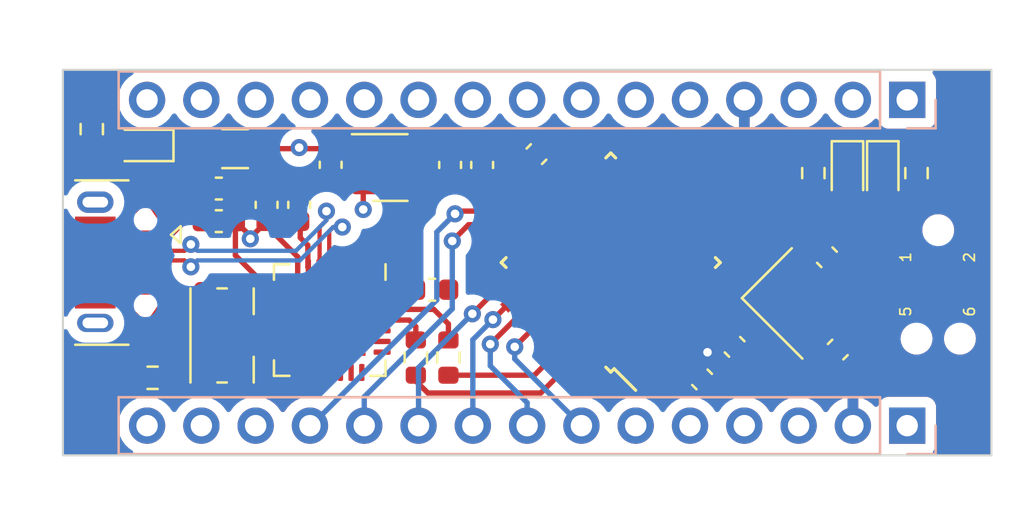
<source format=kicad_pcb>
(kicad_pcb (version 20221018) (generator pcbnew)
  (layers (0 "F.Cu" signal) (1 "In1.Cu" power) (2 "In2.Cu" power) (31 "B.Cu" signal) (34 "B.Paste" user) (35 "F.Paste" user) (36 "B.SilkS" user "B.Silkscreen") (37 "F.SilkS" user "F.Silkscreen") (38 "B.Mask" user) (39 "F.Mask" user) (44 "Edge.Cuts" user))
  (net 0 "")
  (net 1 "/AREF")
  (net 2 "GND")
  (net 3 "VBUS")
  (net 4 "+5V")
  (net 5 "/XTAL1")
  (net 6 "/XTAL2")
  (net 7 "/~{RESET}")
  (net 8 "/DTR")
  (net 9 "+3V3")
  (net 10 "Net-(#FLG0301-pwr)")
  (net 11 "/D_P")
  (net 12 "/D_N")
  (net 13 "Net-(D103-A)")
  (net 14 "/RX")
  (net 15 "/TX")
  (net 18 "/D12{slash}MISO")
  (net 19 "/D13{slash}SCK")
  (net 20 "/D11{slash}MOSI")
  (net 21 "/D2")
  (net 22 "/D3")
  (net 23 "/D4")
  (net 24 "/D5")
  (net 25 "/D6")
  (net 26 "/D7")
  (net 27 "/D8")
  (net 28 "/D9")
  (net 29 "/D10")
  (net 30 "/A7")
  (net 31 "/A6")
  (net 32 "/A5{slash}SCL")
  (net 33 "/A4{slash}~{SDA}")
  (net 34 "/A3")
  (net 35 "/A2")
  (net 36 "/A1")
  (net 37 "/A0")
  (net 38 "/RXD")
  (net 39 "/TXD")
  (net 60 "Net-(D102-A)")
  (net 61 "Net-(D101-A)")
  (footprint "Package_QFP:TQFP-32_7x7mm_P0.8mm" (layer "F.Cu") (at 94.026524 57.905487 135)
    (fp_text reference "U101" hide)
    (fp_text value "ATmega328P-AU")
    (fp_line (start -3.625 -3.625) (end -3.625 -3.4) (stroke (width 0.15)) (layer "F.SilkS"))
    (fp_line (start -3.625 -3.625) (end -3.3 -3.625) (stroke (width 0.15)) (layer "F.SilkS"))
    (fp_line (start -3.625 -3.4) (end -5.05 -3.4) (stroke (width 0.15)) (layer "F.SilkS"))
    (fp_line (start -3.625 3.625) (end -3.625 3.3) (stroke (width 0.15)) (layer "F.SilkS"))
    (fp_line (start -3.625 3.625) (end -3.3 3.625) (stroke (width 0.15)) (layer "F.SilkS"))
    (fp_line (start 3.625 -3.625) (end 3.3 -3.625) (stroke (width 0.15)) (layer "F.SilkS"))
    (fp_line (start 3.625 -3.625) (end 3.625 -3.3) (stroke (width 0.15)) (layer "F.SilkS"))
    (fp_line (start 3.625 3.625) (end 3.3 3.625) (stroke (width 0.15)) (layer "F.SilkS"))
    (fp_line (start 3.625 3.625) (end 3.625 3.3) (stroke (width 0.15)) (layer "F.SilkS"))
    (pad "1" smd rect (at -4.25 -2.8 135) (size 1.6 0.55) (layers "F.Cu" "F.Paste" "F.Mask") (net 22 "/D3"))
    (pad "2" smd rect (at -4.25 -2 135) (size 1.6 0.55) (layers "F.Cu" "F.Paste" "F.Mask") (net 23 "/D4"))
    (pad "3" smd rect (at -4.25 -1.2 135) (size 1.6 0.55) (layers "F.Cu" "F.Paste" "F.Mask") (net 2 "GND"))
    (pad "4" smd rect (at -4.25 -0.4 135) (size 1.6 0.55) (layers "F.Cu" "F.Paste" "F.Mask") (net 4 "+5V"))
    (pad "5" smd rect (at -4.25 0.4 135) (size 1.6 0.55) (layers "F.Cu" "F.Paste" "F.Mask") (net 2 "GND"))
    (pad "6" smd rect (at -4.25 1.2 135) (size 1.6 0.55) (layers "F.Cu" "F.Paste" "F.Mask") (net 4 "+5V"))
    (pad "7" smd rect (at -4.25 2 135) (size 1.6 0.55) (layers "F.Cu" "F.Paste" "F.Mask") (net 5 "/XTAL1"))
    (pad "8" smd rect (at -4.25 2.8 135) (size 1.6 0.55) (layers "F.Cu" "F.Paste" "F.Mask") (net 6 "/XTAL2"))
    (pad "9" smd rect (at -2.8 4.25 225) (size 1.6 0.55) (layers "F.Cu" "F.Paste" "F.Mask") (net 24 "/D5"))
    (pad "10" smd rect (at -2 4.25 225) (size 1.6 0.55) (layers "F.Cu" "F.Paste" "F.Mask") (net 25 "/D6"))
    (pad "11" smd rect (at -1.2 4.25 225) (size 1.6 0.55) (layers "F.Cu" "F.Paste" "F.Mask") (net 26 "/D7"))
    (pad "12" smd rect (at -0.4 4.25 225) (size 1.6 0.55) (layers "F.Cu" "F.Paste" "F.Mask") (net 27 "/D8"))
    (pad "13" smd rect (at 0.4 4.25 225) (size 1.6 0.55) (layers "F.Cu" "F.Paste" "F.Mask") (net 28 "/D9"))
    (pad "14" smd rect (at 1.2 4.25 225) (size 1.6 0.55) (layers "F.Cu" "F.Paste" "F.Mask") (net 29 "/D10"))
    (pad "15" smd rect (at 2 4.25 225) (size 1.6 0.55) (layers "F.Cu" "F.Paste" "F.Mask") (net 20 "/D11{slash}MOSI"))
    (pad "16" smd rect (at 2.8 4.25 225) (size 1.6 0.55) (layers "F.Cu" "F.Paste" "F.Mask") (net 18 "/D12{slash}MISO"))
    (pad "17" smd rect (at 4.25 2.8 135) (size 1.6 0.55) (layers "F.Cu" "F.Paste" "F.Mask") (net 19 "/D13{slash}SCK"))
    (pad "18" smd rect (at 4.25 2 135) (size 1.6 0.55) (layers "F.Cu" "F.Paste" "F.Mask") (net 4 "+5V"))
    (pad "19" smd rect (at 4.25 1.2 135) (size 1.6 0.55) (layers "F.Cu" "F.Paste" "F.Mask") (net 31 "/A6"))
    (pad "20" smd rect (at 4.25 0.4 135) (size 1.6 0.55) (layers "F.Cu" "F.Paste" "F.Mask") (net 1 "/AREF"))
    (pad "21" smd rect (at 4.25 -0.4 135) (size 1.6 0.55) (layers "F.Cu" "F.Paste" "F.Mask") (net 2 "GND"))
    (pad "22" smd rect (at 4.25 -1.2 135) (size 1.6 0.55) (layers "F.Cu" "F.Paste" "F.Mask") (net 30 "/A7"))
    (pad "23" smd rect (at 4.25 -2 135) (size 1.6 0.55) (layers "F.Cu" "F.Paste" "F.Mask") (net 37 "/A0"))
    (pad "24" smd rect (at 4.25 -2.8 135) (size 1.6 0.55) (layers "F.Cu" "F.Paste" "F.Mask") (net 36 "/A1"))
    (pad "25" smd rect (at 2.8 -4.25 225) (size 1.6 0.55) (layers "F.Cu" "F.Paste" "F.Mask") (net 35 "/A2"))
    (pad "26" smd rect (at 2 -4.25 225) (size 1.6 0.55) (layers "F.Cu" "F.Paste" "F.Mask") (net 34 "/A3"))
    (pad "27" smd rect (at 1.2 -4.25 225) (size 1.6 0.55) (layers "F.Cu" "F.Paste" "F.Mask") (net 33 "/A4{slash}~{SDA}"))
    (pad "28" smd rect (at 0.4 -4.25 225) (size 1.6 0.55) (layers "F.Cu" "F.Paste" "F.Mask") (net 32 "/A5{slash}SCL"))
    (pad "29" smd rect (at -0.4 -4.25 225) (size 1.6 0.55) (layers "F.Cu" "F.Paste" "F.Mask") (net 7 "/~{RESET}"))
    (pad "30" smd rect (at -1.2 -4.25 225) (size 1.6 0.55) (layers "F.Cu" "F.Paste" "F.Mask") (net 14 "/RX"))
    (pad "31" smd rect (at -2 -4.25 225) (size 1.6 0.55) (layers "F.Cu" "F.Paste" "F.Mask") (net 15 "/TX"))
    (pad "32" smd rect (at -2.8 -4.25 225) (size 1.6 0.55) (layers "F.Cu" "F.Paste" "F.Mask") (net 21 "/D2"))
  )
  (footprint "Capacitor_SMD:C_0603_1608Metric" (layer "F.Cu") (at 104.14 57.658 -45)
    (fp_text reference "C107" hide)
    (fp_text value "12pF")
    (fp_line (start -0.14058 -0.51) (end 0.14058 -0.51) (stroke (width 0.12)) (layer "F.SilkS"))
    (fp_line (start -0.14058 0.51) (end 0.14058 0.51) (stroke (width 0.12)) (layer "F.SilkS"))
    (pad "1" smd roundrect (at -0.775 0 315) (size 0.9 0.95) (layers "F.Cu" "F.Paste" "F.Mask") (net 6 "/XTAL2"))
    (pad "2" smd roundrect (at 0.775 0 315) (size 0.9 0.95) (layers "F.Cu" "F.Paste" "F.Mask") (net 2 "GND"))
  )
  (footprint "Capacitor_SMD:C_0603_1608Metric" (layer "F.Cu") (at 75.692 54.4446)
    (fp_text reference "C102" hide)
    (fp_text value "1uF")
    (fp_line (start -0.14058 -0.51) (end 0.14058 -0.51) (stroke (width 0.12)) (layer "F.SilkS"))
    (fp_line (start -0.14058 0.51) (end 0.14058 0.51) (stroke (width 0.12)) (layer "F.SilkS"))
    (pad "1" smd roundrect (at -0.775 0) (size 0.9 0.95) (layers "F.Cu" "F.Paste" "F.Mask") (net 3 "VBUS"))
    (pad "2" smd roundrect (at 0.775 0) (size 0.9 0.95) (layers "F.Cu" "F.Paste" "F.Mask") (net 2 "GND"))
  )
  (footprint "LED_SMD:LED_0603_1608Metric" (layer "F.Cu") (at 105.101107 53.714487 -90)
    (fp_text reference "D101" hide)
    (fp_text value "Green")
    (fp_line (start -1.485 -0.735) (end -1.485 0.735) (stroke (width 0.12)) (layer "F.SilkS"))
    (fp_line (start -1.485 0.735) (end 0.8 0.735) (stroke (width 0.12)) (layer "F.SilkS"))
    (fp_line (start 0.8 -0.735) (end -1.485 -0.735) (stroke (width 0.12)) (layer "F.SilkS"))
    (pad "1" smd roundrect (at -0.7875 0 270) (size 0.875 0.95) (layers "F.Cu" "F.Paste" "F.Mask") (net 14 "/RX"))
    (pad "2" smd roundrect (at 0.7875 0 270) (size 0.875 0.95) (layers "F.Cu" "F.Paste" "F.Mask") (net 61 "Net-(D101-A)"))
  )
  (footprint "Capacitor_SMD:C_0603_1608Metric" (layer "F.Cu") (at 88.011 53.34 -90)
    (fp_text reference "C101" hide)
    (fp_text value "100nF")
    (fp_line (start -0.14058 -0.51) (end 0.14058 -0.51) (stroke (width 0.12)) (layer "F.SilkS"))
    (fp_line (start -0.14058 0.51) (end 0.14058 0.51) (stroke (width 0.12)) (layer "F.SilkS"))
    (pad "1" smd roundrect (at -0.775 0 270) (size 0.9 0.95) (layers "F.Cu" "F.Paste" "F.Mask") (net 1 "/AREF"))
    (pad "2" smd roundrect (at 0.775 0 270) (size 0.9 0.95) (layers "F.Cu" "F.Paste" "F.Mask") (net 2 "GND"))
  )
  (footprint "Connector_USB:USB_Micro-B_XKB_U254-051T-4BH83-F1S" (layer "F.Cu") (at 70.303107 57.905487 -90)
    (fp_text reference "J101" hide)
    (fp_text value "USB_B_Micro")
    (fp_line (start -3.845 -1.16) (end -3.845 1.33) (stroke (width 0.12)) (layer "F.SilkS"))
    (fp_line (start -1.7 -3.6) (end -0.9 -3.6) (stroke (width 0.12)) (layer "F.SilkS"))
    (fp_line (start -1.3 -3.15) (end -1.7 -3.6) (stroke (width 0.12)) (layer "F.SilkS"))
    (fp_line (start -0.9 -3.6) (end -1.3 -3.15) (stroke (width 0.12)) (layer "F.SilkS"))
    (fp_line (start 3.845 -1.16) (end 3.845 1.33) (stroke (width 0.12)) (layer "F.SilkS"))
    (pad "" np_thru_hole circle (at -2 -1.96 270) (size 0.6 0.6) (drill 0.6) (layers "*.Cu" "*.Mask"))
    (pad "" np_thru_hole circle (at 2 -1.96 270) (size 0.6 0.6) (drill 0.6) (layers "*.Cu" "*.Mask"))
    (pad "1" smd rect (at -1.3 -2.285 270) (size 0.4 1.35) (layers "F.Cu" "F.Paste" "F.Mask") (net 3 "VBUS"))
    (pad "2" smd rect (at -0.65 -2.285 270) (size 0.4 1.35) (layers "F.Cu" "F.Paste" "F.Mask") (net 12 "/D_N"))
    (pad "3" smd rect (at 0 -2.285 270) (size 0.4 1.35) (layers "F.Cu" "F.Paste" "F.Mask") (net 11 "/D_P"))
    (pad "4" smd rect (at 0.65 -2.285 270) (size 0.4 1.35) (layers "F.Cu" "F.Paste" "F.Mask"))
    (pad "5" smd rect (at 1.3 -2.285 270) (size 0.4 1.35) (layers "F.Cu" "F.Paste" "F.Mask") (net 2 "GND"))
    (pad "6" smd custom (at -3.1 -2.16 270) (size 1 1.1) (layers "F.Cu" "F.Paste" "F.Mask") (options (clearance outline) (anchor rect)) (primitives (gr_poly (pts (xy 0.8 0.8) (xy -1.05 0.8) (xy -1.05 -0.8) (xy 1.05 -0.8) (xy 1.05 -0.35) (xy 0.55 0) (xy 0.55 0.4) (xy 0.8 0.65)) (width 0) (fill yes))))
    (pad "6" thru_hole oval (at -2.825 0.39 270) (size 1 1.7) (drill oval 0.5 1.2) (layers "*.Cu" "*.Mask"))
    (pad "6" smd rect (at -1.2 0.39 270) (size 1.9 1.9) (layers "F.Cu" "F.Paste" "F.Mask"))
    (pad "6" smd rect (at 1.2 0.39 270) (size 1.9 1.9) (layers "F.Cu" "F.Paste" "F.Mask"))
    (pad "6" thru_hole oval (at 2.825 0.39 270) (size 0.85 1.7) (drill oval 0.5 1.2) (layers "*.Cu" "*.Mask"))
    (pad "6" smd custom (at 3.1 -2.16 270) (size 1 1.1) (layers "F.Cu" "F.Paste" "F.Mask") (options (clearance outline) (anchor rect)) (primitives (gr_poly (pts (xy -0.8 0.8) (xy 1.05 0.8) (xy 1.05 -0.8) (xy -1.05 -0.8) (xy -1.05 -0.35) (xy -0.55 0) (xy -0.55 0.4) (xy -0.8 0.65)) (width 0) (fill yes))))
  )
  (footprint "Capacitor_SMD:C_0603_1608Metric" (layer "F.Cu") (at 99.822 61.849 -45)
    (fp_text reference "C103" hide)
    (fp_text value "100nF")
    (fp_line (start -0.14058 -0.51) (end 0.14058 -0.51) (stroke (width 0.12)) (layer "F.SilkS"))
    (fp_line (start -0.14058 0.51) (end 0.14058 0.51) (stroke (width 0.12)) (layer "F.SilkS"))
    (pad "1" smd roundrect (at -0.775 0 315) (size 0.9 0.95) (layers "F.Cu" "F.Paste" "F.Mask") (net 4 "+5V"))
    (pad "2" smd roundrect (at 0.775 0 315) (size 0.9 0.95) (layers "F.Cu" "F.Paste" "F.Mask") (net 2 "GND"))
  )
  (footprint "User_Footprint:SW_SPST_KMR221GLFS" (layer "F.Cu") (at 75.8444 61.3156 -90)
    (fp_text reference "SW101" hide)
    (fp_text value "SW_Push")
    (fp_line (start -2.2 -0.22) (end -2.2 0.22) (stroke (width 0.12)) (layer "F.SilkS"))
    (fp_line (start -2.2 1.48) (end 2.2 1.48) (stroke (width 0.12)) (layer "F.SilkS"))
    (fp_line (start -1 -1.48) (end -2.2 -1.48) (stroke (width 0.12)) (layer "F.SilkS"))
    (fp_line (start 2.2 -1.48) (end 1 -1.48) (stroke (width 0.12)) (layer "F.SilkS"))
    (fp_line (start 2.2 0.22) (end 2.2 -0.22) (stroke (width 0.12)) (layer "F.SilkS"))
    (pad "1" smd roundrect (at -2 -0.8 270) (size 1 1) (layers "F.Cu" "F.Paste" "F.Mask") (net 2 "GND"))
    (pad "1" smd roundrect (at 2 -0.8 270) (size 1 1) (layers "F.Cu" "F.Paste" "F.Mask") (net 2 "GND"))
    (pad "2" smd roundrect (at -2 0.8 270) (size 1 1) (layers "F.Cu" "F.Paste" "F.Mask") (net 7 "/~{RESET}"))
    (pad "2" smd roundrect (at 2 0.8 270) (size 1 1) (layers "F.Cu" "F.Paste" "F.Mask") (net 7 "/~{RESET}"))
    (pad "3" smd roundrect (at 0 -1.375 270) (size 1.7 0.55) (layers "F.Cu" "F.Paste" "F.Mask"))
  )
  (footprint "Capacitor_SMD:C_0603_1608Metric" (layer "F.Cu") (at 80.9244 53.333487 90)
    (fp_text reference "C201" hide)
    (fp_text value "22uF")
    (fp_line (start -0.14058 -0.51) (end 0.14058 -0.51) (stroke (width 0.12)) (layer "F.SilkS"))
    (fp_line (start -0.14058 0.51) (end 0.14058 0.51) (stroke (width 0.12)) (layer "F.SilkS"))
    (pad "1" smd roundrect (at -0.775 0 90) (size 0.9 0.95) (layers "F.Cu" "F.Paste" "F.Mask") (net 2 "GND"))
    (pad "2" smd roundrect (at 0.775 0 90) (size 0.9 0.95) (layers "F.Cu" "F.Paste" "F.Mask") (net 4 "+5V"))
  )
  (footprint "Package_DFN_QFN:QFN-28-1EP_5x5mm_P0.5mm_EP3.35x3.35mm" (layer "F.Cu") (at 80.881107 60.596487 -90)
    (fp_text reference "U301" hide)
    (fp_text value "CP2102-GMR")
    (fp_line (start -2.61 2.61) (end -2.61 1.885) (stroke (width 0.12)) (layer "F.SilkS"))
    (fp_line (start -1.885 -2.61) (end -2.61 -2.61) (stroke (width 0.12)) (layer "F.SilkS"))
    (fp_line (start -1.885 2.61) (end -2.61 2.61) (stroke (width 0.12)) (layer "F.SilkS"))
    (fp_line (start 1.885 -2.61) (end 2.61 -2.61) (stroke (width 0.12)) (layer "F.SilkS"))
    (fp_line (start 1.885 2.61) (end 2.61 2.61) (stroke (width 0.12)) (layer "F.SilkS"))
    (fp_line (start 2.61 -2.61) (end 2.61 -1.885) (stroke (width 0.12)) (layer "F.SilkS"))
    (fp_line (start 2.61 2.61) (end 2.61 1.885) (stroke (width 0.12)) (layer "F.SilkS"))
    (pad "1" smd roundrect (at -2.45 -1.5 270) (size 0.8 0.25) (layers "F.Cu" "F.Paste" "F.Mask"))
    (pad "2" smd roundrect (at -2.45 -1 270) (size 0.8 0.25) (layers "F.Cu" "F.Paste" "F.Mask"))
    (pad "3" smd roundrect (at -2.45 -0.5 270) (size 0.8 0.25) (layers "F.Cu" "F.Paste" "F.Mask") (net 2 "GND"))
    (pad "4" smd roundrect (at -2.45 0 270) (size 0.8 0.25) (layers "F.Cu" "F.Paste" "F.Mask") (net 11 "/D_P"))
    (pad "5" smd roundrect (at -2.45 0.5 270) (size 0.8 0.25) (layers "F.Cu" "F.Paste" "F.Mask") (net 12 "/D_N"))
    (pad "6" smd roundrect (at -2.45 1 270) (size 0.8 0.25) (layers "F.Cu" "F.Paste" "F.Mask") (net 10 "Net-(#FLG0301-pwr)"))
    (pad "7" smd roundrect (at -2.45 1.5 270) (size 0.8 0.25) (layers "F.Cu" "F.Paste" "F.Mask") (net 4 "+5V"))
    (pad "8" smd roundrect (at -1.5 2.45 270) (size 0.25 0.8) (layers "F.Cu" "F.Paste" "F.Mask") (net 4 "+5V"))
    (pad "9" smd roundrect (at -1 2.45 270) (size 0.25 0.8) (layers "F.Cu" "F.Paste" "F.Mask"))
    (pad "10" smd roundrect (at -0.5 2.45 270) (size 0.25 0.8) (layers "F.Cu" "F.Paste" "F.Mask"))
    (pad "11" smd roundrect (at 0 2.45 270) (size 0.25 0.8) (layers "F.Cu" "F.Paste" "F.Mask"))
    (pad "12" smd roundrect (at 0.5 2.45 270) (size 0.25 0.8) (layers "F.Cu" "F.Paste" "F.Mask"))
    (pad "13" smd roundrect (at 1 2.45 270) (size 0.25 0.8) (layers "F.Cu" "F.Paste" "F.Mask"))
    (pad "14" smd roundrect (at 1.5 2.45 270) (size 0.25 0.8) (layers "F.Cu" "F.Paste" "F.Mask"))
    (pad "15" smd roundrect (at 2.45 1.5 270) (size 0.8 0.25) (layers "F.Cu" "F.Paste" "F.Mask"))
    (pad "16" smd roundrect (at 2.45 1 270) (size 0.8 0.25) (layers "F.Cu" "F.Paste" "F.Mask"))
    (pad "17" smd roundrect (at 2.45 0.5 270) (size 0.8 0.25) (layers "F.Cu" "F.Paste" "F.Mask"))
    (pad "18" smd roundrect (at 2.45 0 270) (size 0.8 0.25) (layers "F.Cu" "F.Paste" "F.Mask"))
    (pad "19" smd roundrect (at 2.45 -0.5 270) (size 0.8 0.25) (layers "F.Cu" "F.Paste" "F.Mask"))
    (pad "20" smd roundrect (at 2.45 -1 270) (size 0.8 0.25) (layers "F.Cu" "F.Paste" "F.Mask"))
    (pad "21" smd roundrect (at 2.45 -1.5 270) (size 0.8 0.25) (layers "F.Cu" "F.Paste" "F.Mask"))
    (pad "22" smd roundrect (at 1.5 -2.45 270) (size 0.25 0.8) (layers "F.Cu" "F.Paste" "F.Mask"))
    (pad "23" smd roundrect (at 1 -2.45 270) (size 0.25 0.8) (layers "F.Cu" "F.Paste" "F.Mask"))
    (pad "24" smd roundrect (at 0.5 -2.45 270) (size 0.25 0.8) (layers "F.Cu" "F.Paste" "F.Mask"))
    (pad "25" smd roundrect (at 0 -2.45 270) (size 0.25 0.8) (layers "F.Cu" "F.Paste" "F.Mask") (net 39 "/TXD"))
    (pad "26" smd roundrect (at -0.5 -2.45 270) (size 0.25 0.8) (layers "F.Cu" "F.Paste" "F.Mask") (net 38 "/RXD"))
    (pad "27" smd roundrect (at -1 -2.45 270) (size 0.25 0.8) (layers "F.Cu" "F.Paste" "F.Mask"))
    (pad "28" smd roundrect (at -1.5 -2.45 270) (size 0.25 0.8) (layers "F.Cu" "F.Paste" "F.Mask") (net 8 "/DTR"))
    (pad "29" smd rect (at 0 0 270) (size 3.35 3.35) (layers "F.Cu" "F.Mask") (net 2 "GND"))
  )
  (footprint "Capacitor_SMD:C_0603_1608Metric" (layer "F.Cu") (at 79.4512 55.2066 90)
    (fp_text reference "C303" hide)
    (fp_text value "100nF")
    (fp_line (start -0.14058 -0.51) (end 0.14058 -0.51) (stroke (width 0.12)) (layer "F.SilkS"))
    (fp_line (start -0.14058 0.51) (end 0.14058 0.51) (stroke (width 0.12)) (layer "F.SilkS"))
    (pad "1" smd roundrect (at -0.775 0 90) (size 0.9 0.95) (layers "F.Cu" "F.Paste" "F.Mask") (net 10 "Net-(#FLG0301-pwr)"))
    (pad "2" smd roundrect (at 0.775 0 90) (size 0.9 0.95) (layers "F.Cu" "F.Paste" "F.Mask") (net 2 "GND"))
  )
  (footprint "Resistor_SMD:R_0603_1608Metric" (layer "F.Cu") (at 69.7484 51.6636 -90)
    (fp_text reference "R106" hide)
    (fp_text value "2K2")
    (fp_line (start -0.237258 -0.5225) (end 0.237258 -0.5225) (stroke (width 0.12)) (layer "F.SilkS"))
    (fp_line (start -0.237258 0.5225) (end 0.237258 0.5225) (stroke (width 0.12)) (layer "F.SilkS"))
    (pad "1" smd roundrect (at -0.825 0 270) (size 0.8 0.95) (layers "F.Cu" "F.Paste" "F.Mask") (net 4 "+5V"))
    (pad "2" smd roundrect (at 0.825 0 270) (size 0.8 0.95) (layers "F.Cu" "F.Paste" "F.Mask") (net 13 "Net-(D103-A)"))
  )
  (footprint "Crystal:Crystal_SMD_3225-4Pin_3.2x2.5mm" (layer "F.Cu") (at 102.743 59.817 -45)
    (fp_text reference "Y101" hide)
    (fp_text value "16MHz")
    (fp_line (start -2 -1.65) (end -2 1.65) (stroke (width 0.12)) (layer "F.SilkS"))
    (fp_line (start -2 1.65) (end 2 1.65) (stroke (width 0.12)) (layer "F.SilkS"))
    (pad "1" smd rect (at -1.1 0.85 315) (size 1.4 1.2) (layers "F.Cu" "F.Paste" "F.Mask") (net 2 "GND"))
    (pad "2" smd rect (at 1.1 0.85 315) (size 1.4 1.2) (layers "F.Cu" "F.Paste" "F.Mask") (net 5 "/XTAL1"))
    (pad "3" smd rect (at 1.1 -0.85 315) (size 1.4 1.2) (layers "F.Cu" "F.Paste" "F.Mask") (net 2 "GND"))
    (pad "4" smd rect (at -1.1 -0.85 315) (size 1.4 1.2) (layers "F.Cu" "F.Paste" "F.Mask") (net 6 "/XTAL2"))
  )
  (footprint "Resistor_SMD:R_0603_1608Metric" (layer "F.Cu") (at 103.505 53.721 -90)
    (fp_text reference "R104" hide)
    (fp_text value "2K2")
    (fp_line (start -0.237258 -0.5225) (end 0.237258 -0.5225) (stroke (width 0.12)) (layer "F.SilkS"))
    (fp_line (start -0.237258 0.5225) (end 0.237258 0.5225) (stroke (width 0.12)) (layer "F.SilkS"))
    (pad "1" smd roundrect (at -0.825 0 270) (size 0.8 0.95) (layers "F.Cu" "F.Paste" "F.Mask") (net 4 "+5V"))
    (pad "2" smd roundrect (at 0.825 0 270) (size 0.8 0.95) (layers "F.Cu" "F.Paste" "F.Mask") (net 61 "Net-(D101-A)"))
  )
  (footprint "Package_TO_SOT_SMD:SOT-23-5" (layer "F.Cu") (at 83.7184 53.460487)
    (fp_text reference "U201" hide)
    (fp_text value "XC6220B331MR-G")
    (fp_line (start 0 -1.56) (end -1.8 -1.56) (stroke (width 0.12)) (layer "F.SilkS"))
    (fp_line (start 0 -1.56) (end 0.8 -1.56) (stroke (width 0.12)) (layer "F.SilkS"))
    (fp_line (start 0 1.56) (end -0.8 1.56) (stroke (width 0.12)) (layer "F.SilkS"))
    (fp_line (start 0 1.56) (end 0.8 1.56) (stroke (width 0.12)) (layer "F.SilkS"))
    (pad "1" smd roundrect (at -1.1375 -0.95) (size 1.325 0.6) (layers "F.Cu" "F.Paste" "F.Mask") (net 4 "+5V"))
    (pad "2" smd roundrect (at -1.1375 0) (size 1.325 0.6) (layers "F.Cu" "F.Paste" "F.Mask") (net 2 "GND"))
    (pad "3" smd roundrect (at -1.1375 0.95) (size 1.325 0.6) (layers "F.Cu" "F.Paste" "F.Mask") (net 4 "+5V"))
    (pad "4" smd roundrect (at 1.1375 0.95) (size 1.325 0.6) (layers "F.Cu" "F.Paste" "F.Mask"))
    (pad "5" smd roundrect (at 1.1375 -0.95) (size 1.325 0.6) (layers "F.Cu" "F.Paste" "F.Mask") (net 9 "+3V3"))
  )
  (footprint "Capacitor_SMD:C_0603_1608Metric" (layer "F.Cu") (at 85.670107 59.175487)
    (fp_text reference "C108" hide)
    (fp_text value "100nF")
    (fp_line (start -0.14058 -0.51) (end 0.14058 -0.51) (stroke (width 0.12)) (layer "F.SilkS"))
    (fp_line (start -0.14058 0.51) (end 0.14058 0.51) (stroke (width 0.12)) (layer "F.SilkS"))
    (pad "1" smd roundrect (at -0.775 0) (size 0.9 0.95) (layers "F.Cu" "F.Paste" "F.Mask") (net 7 "/~{RESET}"))
    (pad "2" smd roundrect (at 0.775 0) (size 0.9 0.95) (layers "F.Cu" "F.Paste" "F.Mask") (net 8 "/DTR"))
  )
  (footprint "Capacitor_SMD:C_0603_1608Metric" (layer "F.Cu") (at 90.551 52.832 -135)
    (fp_text reference "C104" hide)
    (fp_text value "100nF")
    (fp_line (start -0.14058 -0.51) (end 0.14058 -0.51) (stroke (width 0.12)) (layer "F.SilkS"))
    (fp_line (start -0.14058 0.51) (end 0.14058 0.51) (stroke (width 0.12)) (layer "F.SilkS"))
    (pad "1" smd roundrect (at -0.775 0 225) (size 0.9 0.95) (layers "F.Cu" "F.Paste" "F.Mask") (net 4 "+5V"))
    (pad "2" smd roundrect (at 0.775 0 225) (size 0.9 0.95) (layers "F.Cu" "F.Paste" "F.Mask") (net 2 "GND"))
  )
  (footprint "Capacitor_SMD:C_0603_1608Metric" (layer "F.Cu") (at 75.692 55.9686 180)
    (fp_text reference "C302" hide)
    (fp_text value "100nF")
    (fp_line (start -0.14058 -0.51) (end 0.14058 -0.51) (stroke (width 0.12)) (layer "F.SilkS"))
    (fp_line (start -0.14058 0.51) (end 0.14058 0.51) (stroke (width 0.12)) (layer "F.SilkS"))
    (pad "1" smd roundrect (at -0.775 0 180) (size 0.9 0.95) (layers "F.Cu" "F.Paste" "F.Mask") (net 4 "+5V"))
    (pad "2" smd roundrect (at 0.775 0 180) (size 0.9 0.95) (layers "F.Cu" "F.Paste" "F.Mask") (net 2 "GND"))
  )
  (footprint "Capacitor_SMD:C_0603_1608Metric" (layer "F.Cu") (at 77.9272 55.2066 90)
    (fp_text reference "C301" hide)
    (fp_text value "1uF")
    (fp_line (start -0.14058 -0.51) (end 0.14058 -0.51) (stroke (width 0.12)) (layer "F.SilkS"))
    (fp_line (start -0.14058 0.51) (end 0.14058 0.51) (stroke (width 0.12)) (layer "F.SilkS"))
    (pad "1" smd roundrect (at -0.775 0 90) (size 0.9 0.95) (layers "F.Cu" "F.Paste" "F.Mask") (net 4 "+5V"))
    (pad "2" smd roundrect (at 0.775 0 90) (size 0.9 0.95) (layers "F.Cu" "F.Paste" "F.Mask") (net 2 "GND"))
  )
  (footprint "Resistor_SMD:R_0603_1608Metric" (layer "F.Cu") (at 86.432107 62.350487 90)
    (fp_text reference "R101" hide)
    (fp_text value "1K")
    (fp_line (start -0.237258 -0.5225) (end 0.237258 -0.5225) (stroke (width 0.12)) (layer "F.SilkS"))
    (fp_line (start -0.237258 0.5225) (end 0.237258 0.5225) (stroke (width 0.12)) (layer "F.SilkS"))
    (pad "1" smd roundrect (at -0.825 0 90) (size 0.8 0.95) (layers "F.Cu" "F.Paste" "F.Mask") (net 14 "/RX"))
    (pad "2" smd roundrect (at 0.825 0 90) (size 0.8 0.95) (layers "F.Cu" "F.Paste" "F.Mask") (net 38 "/RXD"))
  )
  (footprint "Resistor_SMD:R_0603_1608Metric" (layer "F.Cu") (at 84.908107 62.350487 90)
    (fp_text reference "R102" hide)
    (fp_text value "1K")
    (fp_line (start -0.237258 -0.5225) (end 0.237258 -0.5225) (stroke (width 0.12)) (layer "F.SilkS"))
    (fp_line (start -0.237258 0.5225) (end 0.237258 0.5225) (stroke (width 0.12)) (layer "F.SilkS"))
    (pad "1" smd roundrect (at -0.825 0 90) (size 0.8 0.95) (layers "F.Cu" "F.Paste" "F.Mask") (net 15 "/TX"))
    (pad "2" smd roundrect (at 0.825 0 90) (size 0.8 0.95) (layers "F.Cu" "F.Paste" "F.Mask") (net 39 "/TXD"))
  )
  (footprint "LED_SMD:LED_0603_1608Metric" (layer "F.Cu") (at 106.752107 53.714487 -90)
    (fp_text reference "D102" hide)
    (fp_text value "Blue")
    (fp_line (start -1.485 -0.735) (end -1.485 0.735) (stroke (width 0.12)) (layer "F.SilkS"))
    (fp_line (start -1.485 0.735) (end 0.8 0.735) (stroke (width 0.12)) (layer "F.SilkS"))
    (fp_line (start 0.8 -0.735) (end -1.485 -0.735) (stroke (width 0.12)) (layer "F.SilkS"))
    (pad "1" smd roundrect (at -0.7875 0 270) (size 0.875 0.95) (layers "F.Cu" "F.Paste" "F.Mask") (net 15 "/TX"))
    (pad "2" smd roundrect (at 0.7875 0 270) (size 0.875 0.95) (layers "F.Cu" "F.Paste" "F.Mask") (net 60 "Net-(D102-A)"))
  )
  (footprint "Tag_Connect:TC2030-IDC-NL" (layer "F.Cu") (at 109.347 58.928 -90)
    (fp_text reference "J102" hide)
    (fp_text value "Conn_02x03_Odd_Even")
    (fp_text user "6" (at 1.27 -1.4605 90) (layer "F.SilkS") (effects (font (size 0.5 0.5) (thickness 0.08))))
    (fp_text user "1" (at -1.27 1.524 90) (layer "F.SilkS") (effects (font (size 0.5 0.5) (thickness 0.08))))
    (fp_text user "2" (at -1.27 -1.4605 90) (layer "F.SilkS") (effects (font (size 0.5 0.5) (thickness 0.08))))
    (fp_text user "5" (at 1.27 1.524 90) (layer "F.SilkS") (effects (font (size 0.5 0.5) (thickness 0.08))))
    (pad "" np_thru_hole circle (at -2.54 0 270) (size 0.991 0.991) (drill 0.991) (layers "*.Cu" "*.Mask"))
    (pad "" np_thru_hole circle (at 2.54 -1.015 270) (size 0.991 0.991) (drill 0.991) (layers "*.Cu" "*.Mask"))
    (pad "" np_thru_hole circle (at 2.54 1.015 270) (size 0.991 0.991) (drill 0.991) (layers "*.Cu" "*.Mask"))
    (pad "1" smd circle (at -1.27 0.635 270) (size 0.787 0.787) (layers "F.Cu" "F.Mask") (net 18 "/D12{slash}MISO"))
    (pad "2" smd circle (at -1.27 -0.635 270) (size 0.787 0.787) (layers "F.Cu" "F.Mask") (net 3 "VBUS"))
    (pad "3" smd circle (at 0 0.635 270) (size 0.787 0.787) (layers "F.Cu" "F.Mask") (net 19 "/D13{slash}SCK"))
    (pad "4" smd circle (at 0 -0.635 270) (size 0.787 0.787) (layers "F.Cu" "F.Mask") (net 20 "/D11{slash}MOSI"))
    (pad "5" smd circle (at 1.27 0.635 270) (size 0.787 0.787) (layers "F.Cu" "F.Mask") (net 7 "/~{RESET}"))
    (pad "6" smd circle (at 1.27 -0.635 270) (size 0.787 0.787) (layers "F.Cu" "F.Mask") (net 2 "GND"))
  )
  (footprint "Fuse:Fuse_1206_3216Metric" (layer "F.Cu") (at 76.454 52.578)
    (fp_text reference "F101" hide)
    (fp_text value "Polyfuse_Small")
    (fp_line (start -0.602064 -0.91) (end 0.602064 -0.91) (stroke (width 0.12)) (layer "F.SilkS"))
    (fp_line (start -0.602064 0.91) (end 0.602064 0.91) (stroke (width 0.12)) (layer "F.SilkS"))
    (pad "1" smd roundrect (at -1.4 0) (size 1.25 1.75) (layers "F.Cu" "F.Paste" "F.Mask") (roundrect_rratio 0.2) (net 3 "VBUS"))
    (pad "2" smd roundrect (at 1.4 0) (size 1.25 1.75) (layers "F.Cu" "F.Paste" "F.Mask") (roundrect_rratio 0.2) (net 4 "+5V"))
  )
  (footprint "Capacitor_SMD:C_0603_1608Metric" (layer "F.Cu") (at 104.648 61.976 45)
    (fp_text reference "C105" hide)
    (fp_text value "12pF")
    (fp_line (start -0.14058 -0.51) (end 0.14058 -0.51) (stroke (width 0.12)) (layer "F.SilkS"))
    (fp_line (start -0.14058 0.51) (end 0.14058 0.51) (stroke (width 0.12)) (layer "F.SilkS"))
    (pad "1" smd roundrect (at -0.775 0 45) (size 0.9 0.95) (layers "F.Cu" "F.Paste" "F.Mask") (net 5 "/XTAL1"))
    (pad "2" smd roundrect (at 0.775 0 45) (size 0.9 0.95) (layers "F.Cu" "F.Paste" "F.Mask") (net 2 "GND"))
  )
  (footprint "Capacitor_SMD:C_0603_1608Metric" (layer "F.Cu") (at 86.5124 53.34 -90)
    (fp_text reference "C202" hide)
    (fp_text value "4.7uF")
    (fp_line (start -0.14058 -0.51) (end 0.14058 -0.51) (stroke (width 0.12)) (layer "F.SilkS"))
    (fp_line (start -0.14058 0.51) (end 0.14058 0.51) (stroke (width 0.12)) (layer "F.SilkS"))
    (pad "1" smd roundrect (at -0.775 0 270) (size 0.9 0.95) (layers "F.Cu" "F.Paste" "F.Mask") (net 9 "+3V3"))
    (pad "2" smd roundrect (at 0.775 0 270) (size 0.9 0.95) (layers "F.Cu" "F.Paste" "F.Mask") (net 2 "GND"))
  )
  (footprint "Resistor_SMD:R_0603_1608Metric" (layer "F.Cu") (at 108.331 53.721 -90)
    (fp_text reference "R105" hide)
    (fp_text value "2K2")
    (fp_line (start -0.237258 -0.5225) (end 0.237258 -0.5225) (stroke (width 0.12)) (layer "F.SilkS"))
    (fp_line (start -0.237258 0.5225) (end 0.237258 0.5225) (stroke (width 0.12)) (layer "F.SilkS"))
    (pad "1" smd roundrect (at -0.825 0 270) (size 0.8 0.95) (layers "F.Cu" "F.Paste" "F.Mask") (net 4 "+5V"))
    (pad "2" smd roundrect (at 0.825 0 270) (size 0.8 0.95) (layers "F.Cu" "F.Paste" "F.Mask") (net 60 "Net-(D102-A)"))
  )
  (footprint "Resistor_SMD:R_0603_1608Metric" (layer "F.Cu") (at 72.5932 63.2968)
    (fp_text reference "R103" hide)
    (fp_text value "10K")
    (fp_line (start -0.237258 -0.5225) (end 0.237258 -0.5225) (stroke (width 0.12)) (layer "F.SilkS"))
    (fp_line (start -0.237258 0.5225) (end 0.237258 0.5225) (stroke (width 0.12)) (layer "F.SilkS"))
    (pad "1" smd roundrect (at -0.825 0) (size 0.8 0.95) (layers "F.Cu" "F.Paste" "F.Mask") (net 4 "+5V"))
    (pad "2" smd roundrect (at 0.825 0) (size 0.8 0.95) (layers "F.Cu" "F.Paste" "F.Mask") (net 7 "/~{RESET}"))
  )
  (footprint "Capacitor_SMD:C_0603_1608Metric" (layer "F.Cu") (at 98.298 63.373 -45)
    (fp_text reference "C106" hide)
    (fp_text value "100nF")
    (fp_line (start -0.14058 -0.51) (end 0.14058 -0.51) (stroke (width 0.12)) (layer "F.SilkS"))
    (fp_line (start -0.14058 0.51) (end 0.14058 0.51) (stroke (width 0.12)) (layer "F.SilkS"))
    (pad "1" smd roundrect (at -0.775 0 315) (size 0.9 0.95) (layers "F.Cu" "F.Paste" "F.Mask") (net 4 "+5V"))
    (pad "2" smd roundrect (at 0.775 0 315) (size 0.9 0.95) (layers "F.Cu" "F.Paste" "F.Mask") (net 2 "GND"))
  )
  (footprint "LED_SMD:LED_0603_1608Metric" (layer "F.Cu") (at 72.0852 52.4256 180)
    (fp_text reference "D103" hide)
    (fp_text value "Red")
    (fp_line (start -1.485 -0.735) (end -1.485 0.735) (stroke (width 0.12)) (layer "F.SilkS"))
    (fp_line (start -1.485 0.735) (end 0.8 0.735) (stroke (width 0.12)) (layer "F.SilkS"))
    (fp_line (start 0.8 -0.735) (end -1.485 -0.735) (stroke (width 0.12)) (layer "F.SilkS"))
    (pad "1" smd roundrect (at -0.7875 0 180) (size 0.875 0.95) (layers "F.Cu" "F.Paste" "F.Mask") (net 2 "GND"))
    (pad "2" smd roundrect (at 0.7875 0 180) (size 0.875 0.95) (layers "F.Cu" "F.Paste" "F.Mask") (net 13 "Net-(D103-A)"))
  )
  (footprint "Connector_PinHeader_2.54mm:PinHeader_1x15_P2.54mm_Vertical" (layer "B.Cu") (at 107.895107 50.295487 90)
    (fp_text reference "J103" hide)
    (fp_text value "Conn_01x13")
    (fp_line (start -1.33 -36.89) (end 1.33 -36.89) (stroke (width 0.12)) (layer "B.SilkS"))
    (fp_line (start -1.33 -1.27) (end -1.33 -36.89) (stroke (width 0.12)) (layer "B.SilkS"))
    (fp_line (start -1.33 -1.27) (end 1.33 -1.27) (stroke (width 0.12)) (layer "B.SilkS"))
    (fp_line (start -1.33 0) (end -1.33 1.33) (stroke (width 0.12)) (layer "B.SilkS"))
    (fp_line (start -1.33 1.33) (end 0 1.33) (stroke (width 0.12)) (layer "B.SilkS"))
    (fp_line (start 1.33 -1.27) (end 1.33 -36.89) (stroke (width 0.12)) (layer "B.SilkS"))
    (pad "1" thru_hole rect (at 0 0 90) (size 1.7 1.7) (drill 1) (layers "*.Cu" "*.Mask") (net 15 "/TX"))
    (pad "2" thru_hole oval (at 0 -2.54 90) (size 1.7 1.7) (drill 1) (layers "*.Cu" "*.Mask") (net 14 "/RX"))
    (pad "3" thru_hole oval (at 0 -5.08 90) (size 1.7 1.7) (drill 1) (layers "*.Cu" "*.Mask") (net 7 "/~{RESET}"))
    (pad "4" thru_hole oval (at 0 -7.62 90) (size 1.7 1.7) (drill 1) (layers "*.Cu" "*.Mask") (net 2 "GND"))
    (pad "5" thru_hole oval (at 0 -10.16 90) (size 1.7 1.7) (drill 1) (layers "*.Cu" "*.Mask") (net 21 "/D2"))
    (pad "6" thru_hole oval (at 0 -12.7 90) (size 1.7 1.7) (drill 1) (layers "*.Cu" "*.Mask") (net 22 "/D3"))
    (pad "7" thru_hole oval (at 0 -15.24 90) (size 1.7 1.7) (drill 1) (layers "*.Cu" "*.Mask") (net 23 "/D4"))
    (pad "8" thru_hole oval (at 0 -17.78 90) (size 1.7 1.7) (drill 1) (layers "*.Cu" "*.Mask") (net 24 "/D5"))
    (pad "9" thru_hole oval (at 0 -20.32 90) (size 1.7 1.7) (drill 1) (layers "*.Cu" "*.Mask") (net 25 "/D6"))
    (pad "10" thru_hole oval (at 0 -22.86 90) (size 1.7 1.7) (drill 1) (layers "*.Cu" "*.Mask") (net 26 "/D7"))
    (pad "11" thru_hole oval (at 0 -25.4 90) (size 1.7 1.7) (drill 1) (layers "*.Cu" "*.Mask") (net 27 "/D8"))
    (pad "12" thru_hole oval (at 0 -27.94 90) (size 1.7 1.7) (drill 1) (layers "*.Cu" "*.Mask") (net 28 "/D9"))
    (pad "13" thru_hole oval (at 0 -30.48 90) (size 1.7 1.7) (drill 1) (layers "*.Cu" "*.Mask") (net 29 "/D10"))
    (pad "14" thru_hole oval (at 0 -33.02 90) (size 1.7 1.7) (drill 1) (layers "*.Cu" "*.Mask") (net 20 "/D11{slash}MOSI"))
    (pad "15" thru_hole oval (at 0 -35.56 90) (size 1.7 1.7) (drill 1) (layers "*.Cu" "*.Mask") (net 18 "/D12{slash}MISO"))
  )
  (footprint "Connector_PinHeader_2.54mm:PinHeader_1x15_P2.54mm_Vertical" (layer "B.Cu") (at 107.895107 65.535487 90)
    (fp_text reference "J104" hide)
    (fp_text value "Conn_01x13")
    (fp_line (start -1.33 -36.89) (end 1.33 -36.89) (stroke (width 0.12)) (layer "B.SilkS"))
    (fp_line (start -1.33 -1.27) (end -1.33 -36.89) (stroke (width 0.12)) (layer "B.SilkS"))
    (fp_line (start -1.33 -1.27) (end 1.33 -1.27) (stroke (width 0.12)) (layer "B.SilkS"))
    (fp_line (start -1.33 0) (end -1.33 1.33) (stroke (width 0.12)) (layer "B.SilkS"))
    (fp_line (start -1.33 1.33) (end 0 1.33) (stroke (width 0.12)) (layer "B.SilkS"))
    (fp_line (start 1.33 -1.27) (end 1.33 -36.89) (stroke (width 0.12)) (layer "B.SilkS"))
    (pad "1" thru_hole rect (at 0 0 90) (size 1.7 1.7) (drill 1) (layers "*.Cu" "*.Mask") (net 3 "VBUS"))
    (pad "2" thru_hole oval (at 0 -2.54 90) (size 1.7 1.7) (drill 1) (layers "*.Cu" "*.Mask") (net 2 "GND"))
    (pad "3" thru_hole oval (at 0 -5.08 90) (size 1.7 1.7) (drill 1) (layers "*.Cu" "*.Mask") (net 7 "/~{RESET}"))
    (pad "4" thru_hole oval (at 0 -7.62 90) (size 1.7 1.7) (drill 1) (layers "*.Cu" "*.Mask") (net 4 "+5V"))
    (pad "5" thru_hole oval (at 0 -10.16 90) (size 1.7 1.7) (drill 1) (layers "*.Cu" "*.Mask") (net 30 "/A7"))
    (pad "6" thru_hole oval (at 0 -12.7 90) (size 1.7 1.7) (drill 1) (layers "*.Cu" "*.Mask") (net 31 "/A6"))
    (pad "7" thru_hole oval (at 0 -15.24 90) (size 1.7 1.7) (drill 1) (layers "*.Cu" "*.Mask") (net 32 "/A5{slash}SCL"))
    (pad "8" thru_hole oval (at 0 -17.78 90) (size 1.7 1.7) (drill 1) (layers "*.Cu" "*.Mask") (net 33 "/A4{slash}~{SDA}"))
    (pad "9" thru_hole oval (at 0 -20.32 90) (size 1.7 1.7) (drill 1) (layers "*.Cu" "*.Mask") (net 34 "/A3"))
    (pad "10" thru_hole oval (at 0 -22.86 90) (size 1.7 1.7) (drill 1) (layers "*.Cu" "*.Mask") (net 35 "/A2"))
    (pad "11" thru_hole oval (at 0 -25.4 90) (size 1.7 1.7) (drill 1) (layers "*.Cu" "*.Mask") (net 36 "/A1"))
    (pad "12" thru_hole oval (at 0 -27.94 90) (size 1.7 1.7) (drill 1) (layers "*.Cu" "*.Mask") (net 37 "/A0"))
    (pad "13" thru_hole oval (at 0 -30.48 90) (size 1.7 1.7) (drill 1) (layers "*.Cu" "*.Mask") (net 1 "/AREF"))
    (pad "14" thru_hole oval (at 0 -33.02 90) (size 1.7 1.7) (drill 1) (layers "*.Cu" "*.Mask") (net 9 "+3V3"))
    (pad "15" thru_hole oval (at 0 -35.56 90) (size 1.7 1.7) (drill 1) (layers "*.Cu" "*.Mask") (net 19 "/D13{slash}SCK"))
  )
  (gr_rect (start 111.832107 48.888487) (end 68.398107 66.922487) (stroke (width 0.1)) (fill none) (layer "Edge.Cuts"))
  (segment (start 74.142 55.2196) (end 74.917 54.4446) (width 0.25) (layer "F.Cu") (net 3))
  (segment (start 74.917 54.4446) (end 74.917 52.715) (width 0.25) (layer "F.Cu") (net 3))
  (segment (start 74.917 52.715) (end 75.054 52.578) (width 0.25) (layer "F.Cu") (net 3))
  (segment (start 72.588107 56.605487) (end 73.467313 56.605487) (width 0.25) (layer "F.Cu") (net 3))
  (segment (start 74.142 55.9308) (end 74.142 55.2196) (width 0.25) (layer "F.Cu") (net 3))
  (segment (start 73.467313 56.605487) (end 74.142 55.9308) (width 0.25) (layer "F.Cu") (net 3))
  (segment (start 77.1652 56.7436) (end 77.9272 55.9816) (width 0.25) (layer "F.Cu") (net 4))
  (segment (start 76.467 57.5694) (end 77.994087 59.096487) (width 0.25) (layer "F.Cu") (net 4))
  (segment (start 77.994087 59.096487) (end 78.431107 59.096487) (width 0.25) (layer "F.Cu") (net 4))
  (segment (start 99.119085 61.300992) (end 97.880256 60.062163) (width 0.25) (layer "F.Cu") (net 4))
  (segment (start 79.4512 52.5272) (end 79.502 52.578) (width 0.25) (layer "F.Cu") (net 4))
  (segment (start 82.5329 52.558487) (end 82.5809 52.510487) (width 0.25) (layer "F.Cu") (net 4))
  (segment (start 80.904887 52.578) (end 80.9244 52.558487) (width 0.25) (layer "F.Cu") (net 4))
  (segment (start 97.749992 62.824992) (end 97.749992 62.194641) (width 0.25) (layer "F.Cu") (net 4))
  (segment (start 99.273992 61.300992) (end 99.119085 61.300992) (width 0.25) (layer "F.Cu") (net 4))
  (segment (start 98.552 62.022984) (end 99.273992 61.300992) (width 0.25) (layer "F.Cu") (net 4))
  (segment (start 77.9272 56.1848) (end 79.381107 57.638707) (width 0.25) (layer "F.Cu") (net 4))
  (segment (start 82.4484 55.4228) (end 82.4484 54.542987) (width 0.25) (layer "F.Cu") (net 4))
  (segment (start 82.4484 54.542987) (end 82.5809 54.410487) (width 0.25) (layer "F.Cu") (net 4))
  (segment (start 97.749992 62.194641) (end 96.748885 61.193534) (width 0.25) (layer "F.Cu") (net 4))
  (segment (start 77.9142 55.9686) (end 77.9272 55.9816) (width 0.25) (layer "F.Cu") (net 4))
  (segment (start 76.467 55.9686) (end 76.467 57.5694) (width 0.25) (layer "F.Cu") (net 4))
  (segment (start 77.1652 56.6668) (end 76.467 55.9686) (width 0.25) (layer "F.Cu") (net 4))
  (segment (start 79.4004 52.578) (end 79.4512 52.5272) (width 0.25) (layer "F.Cu") (net 4))
  (segment (start 77.1652 56.7944) (end 77.1652 56.7436) (width 0.25) (layer "F.Cu") (net 4))
  (segment (start 98.471984 62.103) (end 97.749992 62.824992) (width 0.25) (layer "F.Cu") (net 4))
  (segment (start 98.552 62.103) (end 98.471984 62.103) (width 0.25) (layer "F.Cu") (net 4))
  (segment (start 79.502 52.578) (end 80.904887 52.578) (width 0.25) (layer "F.Cu") (net 4))
  (segment (start 91.099008 52.283992) (end 91.233456 52.283992) (width 0.25) (layer "F.Cu") (net 4))
  (segment (start 91.233456 52.283992) (end 92.435534 53.48607) (width 0.25) (layer "F.Cu") (net 4))
  (segment (start 79.381107 57.638707) (end 79.381107 58.146487) (width 0.25) (layer "F.Cu") (net 4))
  (segment (start 77.854 52.578) (end 79.4004 52.578) (width 0.25) (layer "F.Cu") (net 4))
  (segment (start 77.1652 56.7944) (end 77.1652 56.6668) (width 0.25) (layer "F.Cu") (net 4))
  (segment (start 77.9272 55.9816) (end 77.9272 56.1848) (width 0.25) (layer "F.Cu") (net 4))
  (segment (start 98.552 62.103) (end 98.552 62.022984) (width 0.25) (layer "F.Cu") (net 4))
  (segment (start 80.9244 52.558487) (end 82.5329 52.558487) (width 0.25) (layer "F.Cu") (net 4))
  (via (at 79.4512 52.5272) (size 0.8) (drill 0.4) (layers "F.Cu" "B.Cu") (net 4))
  (via (at 98.552 62.103) (size 0.8) (drill 0.4) (layers "F.Cu" "B.Cu") (net 4))
  (via (at 82.4484 55.4228) (size 0.8) (drill 0.4) (layers "F.Cu" "B.Cu") (net 4))
  (via (at 77.1652 56.7944) (size 0.8) (drill 0.4) (layers "F.Cu" "B.Cu") (net 4))
  (segment (start 82.3468 55.4228) (end 82.4484 55.4228) (width 0.25) (layer "B.Cu") (net 4))
  (segment (start 99.949 60.198) (end 99.147464 60.198) (width 0.25) (layer "F.Cu") (net 5))
  (segment (start 101.473 61.722) (end 99.949 60.198) (width 0.25) (layer "F.Cu") (net 5))
  (segment (start 99.147464 60.198) (end 98.445941 59.496477) (width 0.25) (layer "F.Cu") (net 5))
  (segment (start 98.485477 59.496477) (end 98.445941 59.496477) (width 0.25) (layer "F.Cu") (net 5))
  (segment (start 104.099992 62.376073) (end 102.919777 61.195858) (width 0.25) (layer "F.Cu") (net 5))
  (segment (start 102.393635 61.722) (end 101.473 61.722) (width 0.25) (layer "F.Cu") (net 5))
  (segment (start 102.919777 61.195858) (end 102.393635 61.722) (width 0.25) (layer "F.Cu") (net 5))
  (segment (start 102.566223 58.135761) (end 103.591992 57.109992) (width 0.25) (layer "F.Cu") (net 6))
  (segment (start 99.999252 57.943167) (end 99.011627 58.930792) (width 0.25) (layer "F.Cu") (net 6))
  (segment (start 102.071248 57.943167) (end 99.999252 57.943167) (width 0.25) (layer "F.Cu") (net 6))
  (segment (start 102.566223 58.438142) (end 102.071248 57.943167) (width 0.25) (layer "F.Cu") (net 6))
  (segment (start 86.2104 52.510487) (end 86.5124 52.812487) (width 0.25) (layer "F.Cu") (net 9))
  (segment (start 84.8559 52.510487) (end 86.2104 52.510487) (width 0.25) (layer "F.Cu") (net 9))
  (segment (start 79.502 56.7436) (end 79.8576 57.0992) (width 0.25) (layer "F.Cu") (net 10))
  (segment (start 79.502 56.0324) (end 79.502 56.7436) (width 0.25) (layer "F.Cu") (net 10))
  (segment (start 79.8576 58.12298) (end 79.881107 58.146487) (width 0.25) (layer "F.Cu") (net 10))
  (segment (start 79.8576 57.0992) (end 79.8576 58.12298) (width 0.25) (layer "F.Cu") (net 10))
  (segment (start 81.045074 56.244719) (end 80.856108 56.433685) (width 0.2) (layer "F.Cu") (net 11))
  (segment (start 80.856108 58.121488) (end 80.881107 58.146487) (width 0.2) (layer "F.Cu") (net 11))
  (segment (start 74.083114 57.805488) (end 74.383113 58.105487) (width 0.2) (layer "F.Cu") (net 11))
  (segment (start 81.469339 56.244719) (end 81.045074 56.244719) (width 0.2) (layer "F.Cu") (net 11))
  (segment (start 72.588107 57.905487) (end 72.688106 57.805488) (width 0.2) (layer "F.Cu") (net 11))
  (segment (start 80.856108 56.433685) (end 80.856108 58.121488) (width 0.2) (layer "F.Cu") (net 11))
  (segment (start 72.688106 57.805488) (end 74.083114 57.805488) (width 0.2) (layer "F.Cu") (net 11))
  (via (at 81.469339 56.244719) (size 0.8) (drill 0.4) (layers "F.Cu" "B.Cu") (net 11))
  (via (at 74.383113 58.105487) (size 0.8) (drill 0.4) (layers "F.Cu" "B.Cu") (net 11))
  (segment (start 79.484305 57.805488) (end 81.045074 56.244719) (width 0.2) (layer "B.Cu") (net 11))
  (segment (start 81.045074 56.244719) (end 81.469339 56.244719) (width 0.2) (layer "B.Cu") (net 11))
  (segment (start 74.683112 57.805488) (end 79.484305 57.805488) (width 0.2) (layer "B.Cu") (net 11))
  (segment (start 74.383113 58.105487) (end 74.683112 57.805488) (width 0.2) (layer "B.Cu") (net 11))
  (segment (start 72.688106 57.355486) (end 74.083114 57.355486) (width 0.2) (layer "F.Cu") (net 12))
  (segment (start 80.726875 55.92652) (end 80.406106 56.247289) (width 0.2) (layer "F.Cu") (net 12))
  (segment (start 72.588107 57.255487) (end 72.688106 57.355486) (width 0.2) (layer "F.Cu") (net 12))
  (segment (start 74.083114 57.355486) (end 74.383113 57.055487) (width 0.2) (layer "F.Cu") (net 12))
  (segment (start 80.406106 56.247289) (end 80.406106 58.121488) (width 0.2) (layer "F.Cu") (net 12))
  (segment (start 80.406106 58.121488) (end 80.381107 58.146487) (width 0.2) (layer "F.Cu") (net 12))
  (segment (start 80.726875 55.502255) (end 80.726875 55.92652) (width 0.2) (layer "F.Cu") (net 12))
  (via (at 80.726875 55.502255) (size 0.8) (drill 0.4) (layers "F.Cu" "B.Cu") (net 12))
  (via (at 74.383113 57.055487) (size 0.8) (drill 0.4) (layers "F.Cu" "B.Cu") (net 12))
  (segment (start 74.383113 57.055487) (end 74.683112 57.355486) (width 0.2) (layer "B.Cu") (net 12))
  (segment (start 80.726875 55.92652) (end 80.726875 55.502255) (width 0.2) (layer "B.Cu") (net 12))
  (segment (start 79.297909 57.355486) (end 80.726875 55.92652) (width 0.2) (layer "B.Cu") (net 12))
  (segment (start 74.683112 57.355486) (end 79.297909 57.355486) (width 0.2) (layer "B.Cu") (net 12))
  (segment (start 90.45358 63.175487) (end 91.869848 61.759219) (width 0.25) (layer "F.Cu") (net 14))
  (segment (start 86.432107 63.175487) (end 90.45358 63.175487) (width 0.25) (layer "F.Cu") (net 14))
  (segment (start 84.908107 63.445107) (end 85.471 64.008) (width 0.25) (layer "F.Cu") (net 15))
  (segment (start 85.471 64.008) (end 90.752438 64.008) (width 0.25) (layer "F.Cu") (net 15))
  (segment (start 84.908107 63.175487) (end 84.908107 63.445107) (width 0.25) (layer "F.Cu") (net 15))
  (segment (start 90.752438 64.008) (end 92.435534 62.324904) (width 0.25) (layer "F.Cu") (net 15))
  (segment (start 90.738477 60.627848) (end 90.738477 60.645523) (width 0.25) (layer "F.Cu") (net 32))
  (segment (start 90.738477 60.645523) (end 89.535 61.849) (width 0.25) (layer "F.Cu") (net 32))
  (via (at 89.535 61.849) (size 0.8) (drill 0.4) (layers "F.Cu" "B.Cu") (net 32))
  (segment (start 89.535 62.41538) (end 92.655107 65.535487) (width 0.25) (layer "B.Cu") (net 32))
  (segment (start 89.535 61.849) (end 89.535 62.41538) (width 0.25) (layer "B.Cu") (net 32))
  (segment (start 90.172792 60.062163) (end 90.051837 60.062163) (width 0.25) (layer "F.Cu") (net 33))
  (segment (start 90.051837 60.062163) (end 88.392 61.722) (width 0.25) (layer "F.Cu") (net 33))
  (via (at 88.392 61.722) (size 0.8) (drill 0.4) (layers "F.Cu" "B.Cu") (net 33))
  (segment (start 88.392 62.738) (end 90.115107 64.461107) (width 0.25) (layer "B.Cu") (net 33))
  (segment (start 88.392 61.722) (end 88.392 62.738) (width 0.25) (layer "B.Cu") (net 33))
  (segment (start 90.115107 64.461107) (end 90.115107 65.535487) (width 0.25) (layer "B.Cu") (net 33))
  (segment (start 89.607107 59.496477) (end 89.592925 59.496477) (width 0.25) (layer "F.Cu") (net 34))
  (segment (start 89.592925 59.496477) (end 88.514701 60.574701) (width 0.25) (layer "F.Cu") (net 34))
  (via (at 88.514701 60.574701) (size 0.8) (drill 0.4) (layers "F.Cu" "B.Cu") (net 34))
  (segment (start 88.514701 60.574701) (end 87.575107 61.514295) (width 0.25) (layer "B.Cu") (net 34))
  (segment (start 87.575107 61.514295) (end 87.575107 65.535487) (width 0.25) (layer "B.Cu") (net 34))
  (segment (start 89.041421 58.930792) (end 88.925192 58.930792) (width 0.25) (layer "F.Cu") (net 35))
  (segment (start 88.925192 58.930792) (end 87.552779 60.303205) (width 0.25) (layer "F.Cu") (net 35))
  (via (at 87.552779 60.303205) (size 0.8) (drill 0.4) (layers "F.Cu" "B.Cu") (net 35))
  (segment (start 85.035107 62.820877) (end 85.035107 65.535487) (width 0.25) (layer "B.Cu") (net 35))
  (segment (start 87.552779 60.303205) (end 85.035107 62.820877) (width 0.25) (layer "B.Cu") (net 35))
  (segment (start 87.376 56.134) (end 86.614 56.896) (width 0.25) (layer "F.Cu") (net 36))
  (segment (start 89.041421 56.880182) (end 88.295239 56.134) (width 0.25) (layer "F.Cu") (net 36))
  (segment (start 88.295239 56.134) (end 87.376 56.134) (width 0.25) (layer "F.Cu") (net 36))
  (via (at 86.614 56.896) (size 0.8) (drill 0.4) (layers "F.Cu" "B.Cu") (net 36))
  (segment (start 86.614 60.071) (end 82.495107 64.189893) (width 0.25) (layer "B.Cu") (net 36))
  (segment (start 86.614 56.896) (end 86.614 60.071) (width 0.25) (layer "B.Cu") (net 36))
  (segment (start 82.495107 64.189893) (end 82.495107 65.535487) (width 0.25) (layer "B.Cu") (net 36))
  (segment (start 86.868 55.499) (end 86.741 55.626) (width 0.25) (layer "F.Cu") (net 37))
  (segment (start 89.607107 56.314497) (end 89.588497 56.314497) (width 0.25) (layer "F.Cu") (net 37))
  (segment (start 88.773 55.499) (end 86.868 55.499) (width 0.25) (layer "F.Cu") (net 37))
  (segment (start 89.588497 56.314497) (end 88.773 55.499) (width 0.25) (layer "F.Cu") (net 37))
  (via (at 86.741 55.626) (size 0.8) (drill 0.4) (layers "F.Cu" "B.Cu") (net 37))
  (segment (start 86.741 55.626) (end 85.889 56.478) (width 0.25) (layer "B.Cu") (net 37))
  (segment (start 80.006513 65.535487) (end 79.955107 65.535487) (width 0.25) (layer "B.Cu") (net 37))
  (segment (start 85.889 59.653) (end 80.006513 65.535487) (width 0.25) (layer "B.Cu") (net 37))
  (segment (start 85.889 56.478) (end 85.889 59.653) (width 0.25) (layer "B.Cu") (net 37))
  (segment (start 85.750487 60.096487) (end 86.432107 60.778107) (width 0.25) (layer "F.Cu") (net 38))
  (segment (start 83.331107 60.096487) (end 85.750487 60.096487) (width 0.25) (layer "F.Cu") (net 38))
  (segment (start 86.432107 60.778107) (end 86.432107 61.525487) (width 0.25) (layer "F.Cu") (net 38))
  (segment (start 83.331107 60.596487) (end 84.599487 60.596487) (width 0.25) (layer "F.Cu") (net 39))
  (segment (start 84.908107 60.905107) (end 84.908107 61.525487) (width 0.25) (layer "F.Cu") (net 39))
  (segment (start 84.599487 60.596487) (end 84.908107 60.905107) (width 0.25) (layer "F.Cu") (net 39))
  (zone (net 2) (net_name "GND") (layers "F.Cu" "In2.Cu" "B.Cu") (connect_pads (clearance 0.5)) (min_thickness 0.25) (fill yes (thermal_gap 0.5) (thermal_bridge_width 0.5))
    (polygon (pts (xy 68.072 48.895) (xy 111.887 48.895) (xy 111.887 67.183) (xy 68.072 67.183)))
  )
)
</source>
